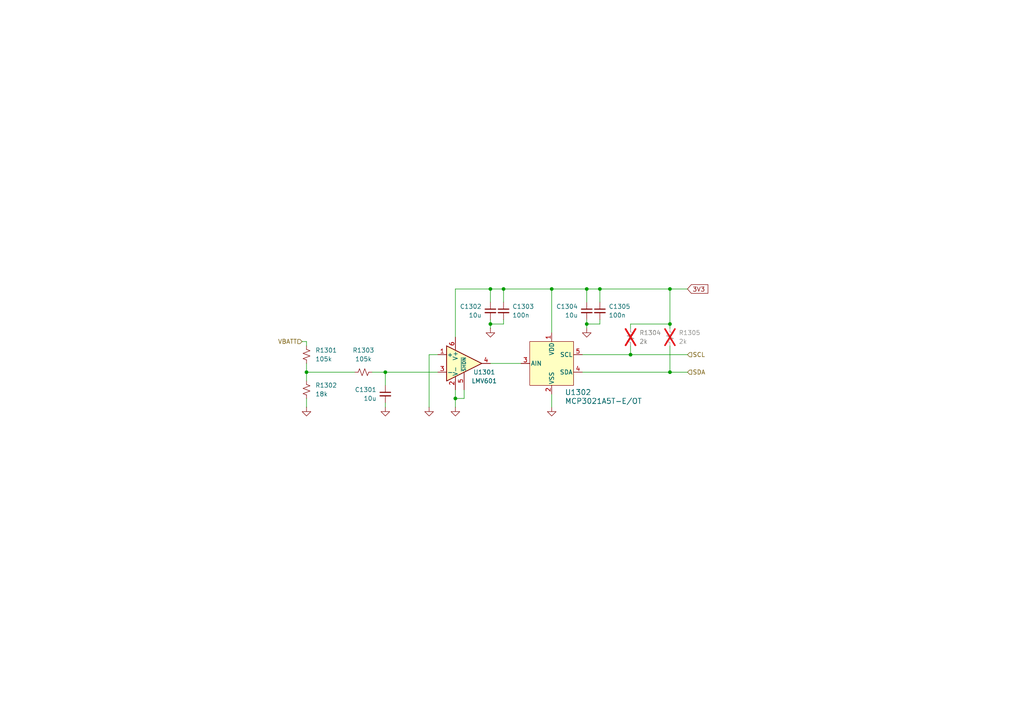
<source format=kicad_sch>
(kicad_sch (version 20250114) (generator "eeschema") (generator_version "9.0")
  (paper "A4")
  (lib_symbols
    (symbol "Amplifier_Operational:LMV601" (pin_names (offset 0.127))
      (property "Reference" "U" (at 3.81 3.81 0))
      (property "Value" "LMV601" (at 3.81 -3.81 0))
      (symbol "LMV601_0_1"
        (polyline (pts (xy -5.08 5.08) (xy 5.08 0) (xy -5.08 -5.08) (xy -5.08 5.08)) (stroke (width 0.254)) (fill (type background)))
      )
      (symbol "LMV601_1_1"
        (pin input line (at -7.62 2.54 0) (length 2.54) (name "+") (number "1"))
        (pin input line (at -7.62 -2.54 0) (length 2.54) (name "-") (number "3"))
        (pin power_in line (at -2.54 7.62 270) (length 3.81) (name "V+") (number "6"))
        (pin power_in line (at -2.54 -7.62 90) (length 3.81) (name "V-") (number "2"))
        (pin input line (at 0 -7.62 90) (length 5.08) (name "~{SHDN}") (number "5"))
        (pin output line (at 7.62 0 180) (length 2.54) (name "~") (number "4"))
      )
    )
    (symbol "Device:C_Small" (pin_numbers (hide yes)) (pin_names (offset 0.254) (hide yes))
      (property "Reference" "C" (at 0.254 1.778 0))
      (property "Value" "C_Small" (at 0.254 -2.032 0))
      (symbol "C_Small_0_1"
        (polyline (pts (xy -1.524 0.508) (xy 1.524 0.508)) (stroke (width 0.3048)))
        (polyline (pts (xy -1.524 -0.508) (xy 1.524 -0.508)) (stroke (width 0.3302)))
      )
      (symbol "C_Small_1_1"
        (pin passive line (at 0 2.54 270) (length 2.032) (name "~") (number "1"))
        (pin passive line (at 0 -2.54 90) (length 2.032) (name "~") (number "2"))
      )
    )
    (symbol "Device:R_Small_US" (pin_numbers (hide yes)) (pin_names (offset 0.254) (hide yes))
      (property "Reference" "R" (at 0.762 0.508 0))
      (property "Value" "R_Small_US" (at 0.762 -1.016 0))
      (symbol "R_Small_US_1_1"
        (polyline (pts (xy 0 1.524) (xy 1.016 1.143) (xy 0 0.762) (xy -1.016 0.381) (xy 0 0)))
        (polyline (pts (xy 0 0) (xy 1.016 -0.381) (xy 0 -0.762) (xy -1.016 -1.143) (xy 0 -1.524)))
        (pin passive line (at 0 2.54 270) (length 1.016) (name "~") (number "1"))
        (pin passive line (at 0 -2.54 90) (length 1.016) (name "~") (number "2"))
      )
    )
    (symbol "MCP3021A5T-E_OT:MCP3021A5T-E_OT" (pin_names (offset 0.254))
      (property "Reference" "U" (at 8.89 13.462 0))
      (property "Value" "MCP3021A5T-E/OT" (at 8.89 10.922 0))
      (symbol "MCP3021A5T-E_OT_0_1"
        (rectangle (start 2.54 6.35) (end 15.24 -6.35) (fill (type background)))
      )
      (symbol "MCP3021A5T-E_OT_1_1"
        (pin passive line (at 0 0 0) (length 2.54) (name "AIN") (number "3"))
        (pin passive line (at 8.89 8.89 270) (length 2.54) (name "VDD") (number "1"))
        (pin passive line (at 8.89 -8.89 90) (length 2.54) (name "VSS") (number "2"))
        (pin passive line (at 17.78 2.54 180) (length 2.54) (name "SCL") (number "5"))
        (pin passive line (at 17.78 -2.54 180) (length 2.54) (name "SDA") (number "4"))
      )
    )
    (symbol "power:GND" (power) (pin_numbers (hide yes)) (pin_names (offset 0) (hide yes))
      (property "Value" "GND" (at 0 -3.81 0))
      (symbol "GND_0_1"
        (polyline (pts (xy 0 0) (xy 0 -1.27) (xy 1.27 -1.27) (xy 0 -2.54) (xy -1.27 -1.27) (xy 0 -1.27)))
      )
      (symbol "GND_1_1"
        (pin power_in line (at 0 0 270) (length 0) (name "~") (number "1"))
      )
    )
  )
  (junction (at 194.31 93.98))
  (junction (at 132.08 115.57))
  (junction (at 88.9 107.95))
  (junction (at 142.24 83.82))
  (junction (at 146.05 83.82))
  (junction (at 111.76 107.95))
  (junction (at 173.99 83.82))
  (junction (at 182.88 102.87))
  (junction (at 170.18 93.98))
  (junction (at 170.18 83.82))
  (junction (at 194.31 83.82))
  (junction (at 160.02 83.82))
  (junction (at 142.24 93.98))
  (junction (at 194.31 107.95))
  (wire (pts (xy 132.08 115.57) (xy 132.08 118.11)))
  (wire (pts (xy 182.88 100.33) (xy 182.88 102.87)))
  (wire (pts (xy 160.02 114.3) (xy 160.02 118.11)))
  (wire (pts (xy 134.62 113.03) (xy 134.62 115.57)))
  (wire (pts (xy 194.31 107.95) (xy 199.39 107.95)))
  (wire (pts (xy 170.18 93.98) (xy 170.18 95.25)))
  (wire (pts (xy 173.99 83.82) (xy 173.99 87.63)))
  (wire (pts (xy 146.05 83.82) (xy 146.05 87.63)))
  (wire (pts (xy 124.46 102.87) (xy 127 102.87)))
  (wire (pts (xy 173.99 92.71) (xy 173.99 93.98)))
  (wire (pts (xy 132.08 83.82) (xy 142.24 83.82)))
  (wire (pts (xy 170.18 92.71) (xy 170.18 93.98)))
  (wire (pts (xy 146.05 83.82) (xy 160.02 83.82)))
  (wire (pts (xy 111.76 111.76) (xy 111.76 107.95)))
  (wire (pts (xy 132.08 113.03) (xy 132.08 115.57)))
  (wire (pts (xy 160.02 96.52) (xy 160.02 83.82)))
  (wire (pts (xy 88.9 100.33) (xy 88.9 99.06)))
  (wire (pts (xy 88.9 105.41) (xy 88.9 107.95)))
  (wire (pts (xy 146.05 92.71) (xy 146.05 93.98)))
  (wire (pts (xy 142.24 93.98) (xy 142.24 95.25)))
  (wire (pts (xy 88.9 115.57) (xy 88.9 118.11)))
  (wire (pts (xy 142.24 92.71) (xy 142.24 93.98)))
  (wire (pts (xy 194.31 93.98) (xy 194.31 95.25)))
  (wire (pts (xy 132.08 115.57) (xy 134.62 115.57)))
  (wire (pts (xy 173.99 83.82) (xy 194.31 83.82)))
  (wire (pts (xy 111.76 116.84) (xy 111.76 118.11)))
  (wire (pts (xy 87.63 99.06) (xy 88.9 99.06)))
  (wire (pts (xy 182.88 102.87) (xy 199.39 102.87)))
  (wire (pts (xy 124.46 118.11) (xy 124.46 102.87)))
  (wire (pts (xy 160.02 83.82) (xy 170.18 83.82)))
  (wire (pts (xy 173.99 93.98) (xy 170.18 93.98)))
  (wire (pts (xy 194.31 83.82) (xy 199.39 83.82)))
  (wire (pts (xy 182.88 95.25) (xy 182.88 93.98)))
  (wire (pts (xy 170.18 83.82) (xy 170.18 87.63)))
  (wire (pts (xy 88.9 107.95) (xy 102.87 107.95)))
  (wire (pts (xy 142.24 83.82) (xy 142.24 87.63)))
  (wire (pts (xy 142.24 83.82) (xy 146.05 83.82)))
  (wire (pts (xy 111.76 107.95) (xy 107.95 107.95)))
  (wire (pts (xy 142.24 105.41) (xy 151.13 105.41)))
  (wire (pts (xy 88.9 107.95) (xy 88.9 110.49)))
  (wire (pts (xy 194.31 100.33) (xy 194.31 107.95)))
  (wire (pts (xy 182.88 93.98) (xy 194.31 93.98)))
  (wire (pts (xy 111.76 107.95) (xy 127 107.95)))
  (wire (pts (xy 142.24 93.98) (xy 146.05 93.98)))
  (wire (pts (xy 132.08 83.82) (xy 132.08 97.79)))
  (wire (pts (xy 170.18 83.82) (xy 173.99 83.82)))
  (wire (pts (xy 168.91 107.95) (xy 194.31 107.95)))
  (wire (pts (xy 168.91 102.87) (xy 182.88 102.87)))
  (wire (pts (xy 194.31 83.82) (xy 194.31 93.98)))
  (global_label "3V3" (shape input) (at 199.39 83.82 0) (property "Intersheetrefs" "${INTERSHEET_REFS}" (effects (hide yes))))
  (hierarchical_label "SCL" (shape input) (at 199.39 102.87 0))
  (hierarchical_label "VBATT" (shape input) (at 87.63 99.06 180))
  (hierarchical_label "SDA" (shape input) (at 199.39 107.95 0))
  (symbol (lib_id "power:GND") (at 132.08 118.11 0) (unit 1)
    (property "Reference" "#PWR01304" (effects (hide yes)))
    (property "Value" "GND" (effects (hide yes)))
    (property "Description" "Power symbol creates a global label with name \"GND\" , ground" (effects (hide yes)))
  )
  (symbol (lib_id "Device:R_Small_US") (at 88.9 102.87 180) (unit 1)
    (property "Reference" "R1301" (at 91.44 101.5999 0) (effects (justify right)))
    (property "Value" "105k" (at 91.44 104.1399 0) (effects (justify right)))
    (property "Description" "Resistor, small US symbol" (effects (hide yes)))
  )
  (symbol (lib_id "power:GND") (at 111.76 118.11 0) (unit 1)
    (property "Reference" "#PWR01302" (effects (hide yes)))
    (property "Value" "GND" (effects (hide yes)))
    (property "Description" "Power symbol creates a global label with name \"GND\" , ground" (effects (hide yes)))
  )
  (symbol (lib_id "Amplifier_Operational:LMV601") (at 134.62 105.41 0) (unit 1)
    (property "Reference" "U1301" (at 140.462 107.95 0))
    (property "Value" "LMV601" (at 140.462 110.49 0))
    (property "Footprint" "Package_TO_SOT_SMD:SOT-363_SC-70-6" (effects (hide yes)))
    (property "Datasheet" "http://www.ti.com/lit/ds/symlink/lmv601.pdf" (effects (hide yes)))
    (property "Description" "1MHz, Low-Power, General-Purpose, 2.7V Operational Amplifiers, SC-70-6" (effects (hide yes)))
  )
  (symbol (lib_id "Device:C_Small") (at 146.05 90.17 0) (unit 1)
    (property "Reference" "C1303" (at 148.59 88.9062 0) (effects (justify left)))
    (property "Value" "100n" (at 148.59 91.4462 0) (effects (justify left)))
    (property "Description" "Unpolarized capacitor, small symbol" (effects (hide yes)))
  )
  (symbol (lib_id "Device:C_Small") (at 173.99 90.17 0) (unit 1)
    (property "Reference" "C1305" (at 176.53 88.9062 0) (effects (justify left)))
    (property "Value" "100n" (at 176.53 91.4462 0) (effects (justify left)))
    (property "Description" "Unpolarized capacitor, small symbol" (effects (hide yes)))
  )
  (symbol (lib_id "Device:C_Small") (at 142.24 90.17 0) (mirror y) (unit 1)
    (property "Reference" "C1302" (at 139.7 88.9062 0) (effects (justify left)))
    (property "Value" "10u" (at 139.7 91.4462 0) (effects (justify left)))
    (property "Description" "Unpolarized capacitor, small symbol" (effects (hide yes)))
  )
  (symbol (lib_id "MCP3021A5T-E_OT:MCP3021A5T-E_OT") (at 151.13 105.41 0) (unit 1)
    (property "Reference" "U1302" (at 163.83 113.792 0) (effects (font (size 1.524 1.524)) (justify left)))
    (property "Value" "MCP3021A5T-E/OT" (at 163.83 116.332 0) (effects (font (size 1.524 1.524)) (justify left)))
    (property "Footprint" "SOT-23-5_MC_MCH" (effects (hide yes)))
    (property "Datasheet" "MCP3021A5T-E/OT" (effects (hide yes)))
  )
  (symbol (lib_id "Device:R_Small_US") (at 182.88 97.79 180) (unit 1) (dnp yes)
    (property "Reference" "R1304" (at 185.42 96.5199 0) (effects (justify right)))
    (property "Value" "2k" (at 185.42 99.0599 0) (effects (justify right)))
    (property "Description" "Resistor, small US symbol" (effects (hide yes)))
  )
  (symbol (lib_id "Device:C_Small") (at 170.18 90.17 0) (mirror y) (unit 1)
    (property "Reference" "C1304" (at 167.64 88.9062 0) (effects (justify left)))
    (property "Value" "10u" (at 167.64 91.4462 0) (effects (justify left)))
    (property "Description" "Unpolarized capacitor, small symbol" (effects (hide yes)))
  )
  (symbol (lib_id "power:GND") (at 170.18 95.25 0) (unit 1)
    (property "Reference" "#PWR01307" (effects (hide yes)))
    (property "Value" "GND" (effects (hide yes)))
    (property "Description" "Power symbol creates a global label with name \"GND\" , ground" (effects (hide yes)))
  )
  (symbol (lib_id "Device:R_Small_US") (at 105.41 107.95 90) (unit 1)
    (property "Reference" "R1303" (at 105.41 101.6 90))
    (property "Value" "105k" (at 105.41 104.14 90))
    (property "Description" "Resistor, small US symbol" (effects (hide yes)))
  )
  (symbol (lib_id "power:GND") (at 88.9 118.11 0) (unit 1)
    (property "Reference" "#PWR01301" (effects (hide yes)))
    (property "Value" "GND" (effects (hide yes)))
    (property "Description" "Power symbol creates a global label with name \"GND\" , ground" (effects (hide yes)))
  )
  (symbol (lib_id "Device:C_Small") (at 111.76 114.3 0) (mirror y) (unit 1)
    (property "Reference" "C1301" (at 109.22 113.0362 0) (effects (justify left)))
    (property "Value" "10u" (at 109.22 115.5762 0) (effects (justify left)))
    (property "Description" "Unpolarized capacitor, small symbol" (effects (hide yes)))
  )
  (symbol (lib_id "Device:R_Small_US") (at 88.9 113.03 180) (unit 1)
    (property "Reference" "R1302" (at 91.44 111.7599 0) (effects (justify right)))
    (property "Value" "18k" (at 91.44 114.2999 0) (effects (justify right)))
    (property "Description" "Resistor, small US symbol" (effects (hide yes)))
  )
  (symbol (lib_id "Device:R_Small_US") (at 194.31 97.79 180) (unit 1) (dnp yes)
    (property "Reference" "R1305" (at 196.85 96.5199 0) (effects (justify right)))
    (property "Value" "2k" (at 196.85 99.0599 0) (effects (justify right)))
    (property "Description" "Resistor, small US symbol" (effects (hide yes)))
  )
  (symbol (lib_id "power:GND") (at 160.02 118.11 0) (unit 1)
    (property "Reference" "#PWR01306" (effects (hide yes)))
    (property "Value" "GND" (effects (hide yes)))
    (property "Description" "Power symbol creates a global label with name \"GND\" , ground" (effects (hide yes)))
  )
  (symbol (lib_id "power:GND") (at 142.24 95.25 0) (unit 1)
    (property "Reference" "#PWR01305" (effects (hide yes)))
    (property "Value" "GND" (effects (hide yes)))
    (property "Description" "Power symbol creates a global label with name \"GND\" , ground" (effects (hide yes)))
  )
  (symbol (lib_id "power:GND") (at 124.46 118.11 0) (unit 1)
    (property "Reference" "#PWR01303" (effects (hide yes)))
    (property "Value" "GND" (effects (hide yes)))
    (property "Description" "Power symbol creates a global label with name \"GND\" , ground" (effects (hide yes)))
  )
)
</source>
